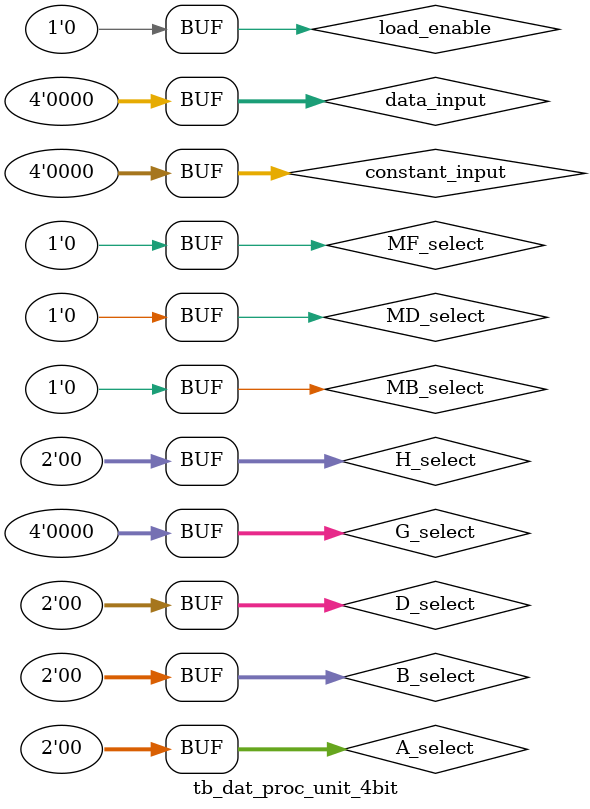
<source format=v>

module tb_dat_proc_unit_4bit;

reg load_enable, MB_select, MF_select, MD_select;
reg [1:0] A_select, B_select, D_select, H_select;
reg [3:0] constant_input, G_select, data_input;

wire [3:0] bus_A, bus_B;
wire V,C,N,Z;

dat_proc_unit_4bit d4bit(.load_enable(load_enable), .A_select(A_select), .B_select(B_select),
                         .D_select(D_select), .H_select(H_select), .MB_select(MB_select), .MD_select(MD_select),
                         .constant_input(constant_input), .G_select(G_select), .data_input(data_input), 
                         .bus_A(bus_A), .bus_B(bus_B), .V(V), .C(C), .N(N), .Z(Z));

initial begin
    load_enable<=0; MB_select<=0; MF_select<=0; MD_select<=0;
    A_select<=2'b00; B_select<=2'b00; D_select<=2'b00; H_select<=2'b00;
    constant_input<=4'b0000; G_select<=4'b0000; data_input<=4'b0000;
end

endmodule
</source>
